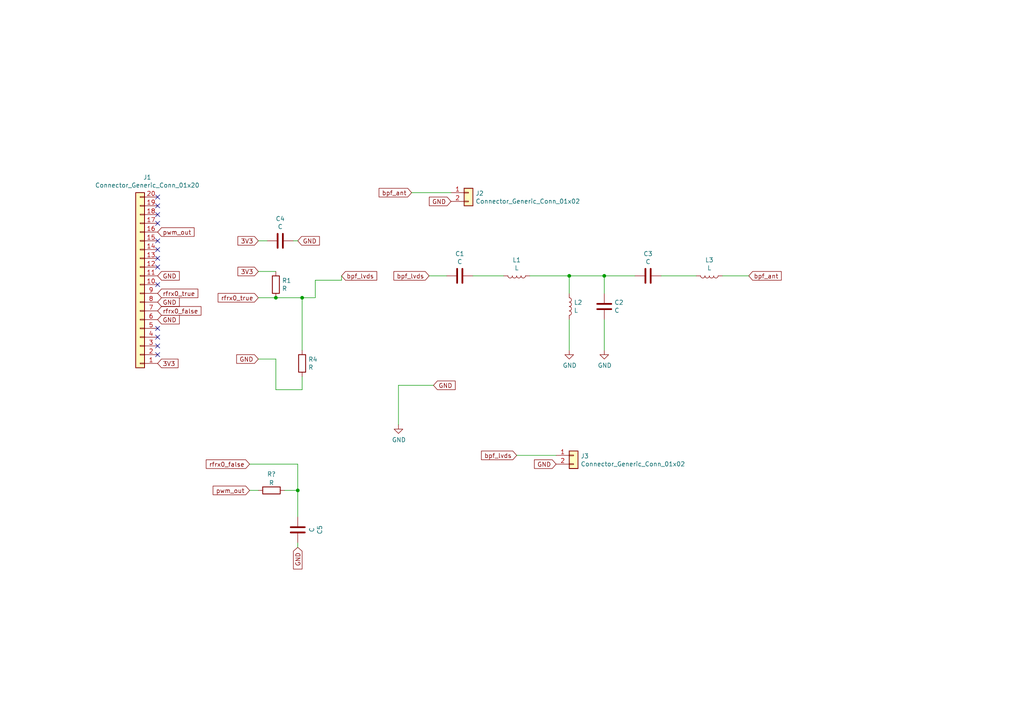
<source format=kicad_sch>
(kicad_sch (version 20211123) (generator eeschema)
  (paper "A4")
  (lib_symbols
    (symbol "Device:C" (pin_numbers hide) (pin_names (offset 0.254))
      (property "Reference" "C" (at 0.635 2.54 0))
      (property "Value" "C" (at 0.635 -2.54 0))
      (symbol "C_0_1"
        (polyline (pts (xy -2.032 -0.762) (xy 2.032 -0.762)) (stroke (width 0.508)))
        (polyline (pts (xy -2.032 0.762) (xy 2.032 0.762)) (stroke (width 0.508)))
      )
      (symbol "C_1_1"
        (pin passive line (at 0 3.81 270) (length 2.794) (name "~") (number "1"))
        (pin passive line (at 0 -3.81 90) (length 2.794) (name "~") (number "2"))
      )
    )
    (symbol "Device:L" (pin_numbers hide) (pin_names (offset 1.016) hide)
      (property "Reference" "L" (at -1.27 0 90))
      (property "Value" "L" (at 1.905 0 90))
      (symbol "L_0_1"
        (arc (start 0 -2.54) (mid 0.635 -1.905) (end 0 -1.27))
        (arc (start 0 -1.27) (mid 0.635 -0.635) (end 0 0))
        (arc (start 0 0) (mid 0.635 0.635) (end 0 1.27))
        (arc (start 0 1.27) (mid 0.635 1.905) (end 0 2.54))
      )
      (symbol "L_1_1"
        (pin passive line (at 0 3.81 270) (length 1.27) (name "1") (number "1"))
        (pin passive line (at 0 -3.81 90) (length 1.27) (name "2") (number "2"))
      )
    )
    (symbol "Device:R" (pin_numbers hide) (pin_names (offset 0))
      (property "Reference" "R" (at 2.032 0 90))
      (property "Value" "R" (at 0 0 90))
      (symbol "R_0_1"
        (rectangle (start -1.016 -2.54) (end 1.016 2.54) (stroke (width 0.254)))
      )
      (symbol "R_1_1"
        (pin passive line (at 0 3.81 270) (length 1.27) (name "~") (number "1"))
        (pin passive line (at 0 -3.81 90) (length 1.27) (name "~") (number "2"))
      )
    )
    (symbol "bgt:Connector_Generic_Conn_01x02" (pin_names (offset 1.016) hide)
      (property "Reference" "J" (at 0 2.54 0))
      (property "Value" "bgt_Connector_Generic_Conn_01x02" (at 0 -5.08 0))
      (symbol "Connector_Generic_Conn_01x02_1_1"
        (rectangle (start -1.27 -2.413) (end 0 -2.667) (stroke (width 0.1524)))
        (rectangle (start -1.27 0.127) (end 0 -0.127) (stroke (width 0.1524)))
        (rectangle (start -1.27 1.27) (end 1.27 -3.81) (stroke (width 0.254)) (fill (type background)))
        (pin passive line (at -5.08 0 0) (length 3.81) (name "Pin_1") (number "1"))
        (pin passive line (at -5.08 -2.54 0) (length 3.81) (name "Pin_2") (number "2"))
      )
    )
    (symbol "bgt:Connector_Generic_Conn_01x20" (pin_names (offset 1.016) hide)
      (property "Reference" "J" (at 0 25.4 0))
      (property "Value" "bgt_Connector_Generic_Conn_01x20" (at 0 -27.94 0))
      (symbol "Connector_Generic_Conn_01x20_1_1"
        (rectangle (start -1.27 -25.273) (end 0 -25.527) (stroke (width 0.1524)))
        (rectangle (start -1.27 -22.733) (end 0 -22.987) (stroke (width 0.1524)))
        (rectangle (start -1.27 -20.193) (end 0 -20.447) (stroke (width 0.1524)))
        (rectangle (start -1.27 -17.653) (end 0 -17.907) (stroke (width 0.1524)))
        (rectangle (start -1.27 -15.113) (end 0 -15.367) (stroke (width 0.1524)))
        (rectangle (start -1.27 -12.573) (end 0 -12.827) (stroke (width 0.1524)))
        (rectangle (start -1.27 -10.033) (end 0 -10.287) (stroke (width 0.1524)))
        (rectangle (start -1.27 -7.493) (end 0 -7.747) (stroke (width 0.1524)))
        (rectangle (start -1.27 -4.953) (end 0 -5.207) (stroke (width 0.1524)))
        (rectangle (start -1.27 -2.413) (end 0 -2.667) (stroke (width 0.1524)))
        (rectangle (start -1.27 0.127) (end 0 -0.127) (stroke (width 0.1524)))
        (rectangle (start -1.27 2.667) (end 0 2.413) (stroke (width 0.1524)))
        (rectangle (start -1.27 5.207) (end 0 4.953) (stroke (width 0.1524)))
        (rectangle (start -1.27 7.747) (end 0 7.493) (stroke (width 0.1524)))
        (rectangle (start -1.27 10.287) (end 0 10.033) (stroke (width 0.1524)))
        (rectangle (start -1.27 12.827) (end 0 12.573) (stroke (width 0.1524)))
        (rectangle (start -1.27 15.367) (end 0 15.113) (stroke (width 0.1524)))
        (rectangle (start -1.27 17.907) (end 0 17.653) (stroke (width 0.1524)))
        (rectangle (start -1.27 20.447) (end 0 20.193) (stroke (width 0.1524)))
        (rectangle (start -1.27 22.987) (end 0 22.733) (stroke (width 0.1524)))
        (rectangle (start -1.27 24.13) (end 1.27 -26.67) (stroke (width 0.254)) (fill (type background)))
        (pin passive line (at -5.08 22.86 0) (length 3.81) (name "Pin_1") (number "1"))
        (pin passive line (at -5.08 0 0) (length 3.81) (name "Pin_10") (number "10"))
        (pin passive line (at -5.08 -2.54 0) (length 3.81) (name "Pin_11") (number "11"))
        (pin passive line (at -5.08 -5.08 0) (length 3.81) (name "Pin_12") (number "12"))
        (pin passive line (at -5.08 -7.62 0) (length 3.81) (name "Pin_13") (number "13"))
        (pin passive line (at -5.08 -10.16 0) (length 3.81) (name "Pin_14") (number "14"))
        (pin passive line (at -5.08 -12.7 0) (length 3.81) (name "Pin_15") (number "15"))
        (pin passive line (at -5.08 -15.24 0) (length 3.81) (name "Pin_16") (number "16"))
        (pin passive line (at -5.08 -17.78 0) (length 3.81) (name "Pin_17") (number "17"))
        (pin passive line (at -5.08 -20.32 0) (length 3.81) (name "Pin_18") (number "18"))
        (pin passive line (at -5.08 -22.86 0) (length 3.81) (name "Pin_19") (number "19"))
        (pin passive line (at -5.08 20.32 0) (length 3.81) (name "Pin_2") (number "2"))
        (pin passive line (at -5.08 -25.4 0) (length 3.81) (name "Pin_20") (number "20"))
        (pin passive line (at -5.08 17.78 0) (length 3.81) (name "Pin_3") (number "3"))
        (pin passive line (at -5.08 15.24 0) (length 3.81) (name "Pin_4") (number "4"))
        (pin passive line (at -5.08 12.7 0) (length 3.81) (name "Pin_5") (number "5"))
        (pin passive line (at -5.08 10.16 0) (length 3.81) (name "Pin_6") (number "6"))
        (pin passive line (at -5.08 7.62 0) (length 3.81) (name "Pin_7") (number "7"))
        (pin passive line (at -5.08 5.08 0) (length 3.81) (name "Pin_8") (number "8"))
        (pin passive line (at -5.08 2.54 0) (length 3.81) (name "Pin_9") (number "9"))
      )
    )
    (symbol "power:GND" (power) (pin_names (offset 0))
      (property "Value" "GND" (at 0 -3.81 0))
      (symbol "GND_0_1"
        (polyline (pts (xy 0 0) (xy 0 -1.27) (xy 1.27 -1.27) (xy 0 -2.54) (xy -1.27 -1.27) (xy 0 -1.27)))
      )
      (symbol "GND_1_1"
        (pin power_in line (at 0 0 270) (length 0) hide (name "GND") (number "1"))
      )
    )
  )
  (junction (at 86.36 142.24))
  (junction (at 87.63 86.36))
  (junction (at 175.26 80.01))
  (junction (at 165.1 80.01))
  (junction (at 80.01 86.36))
  (no_connect (at 45.72 95.25))
  (no_connect (at 45.72 102.87))
  (no_connect (at 45.72 100.33))
  (no_connect (at 45.72 77.47))
  (no_connect (at 45.72 72.39))
  (no_connect (at 45.72 97.79))
  (no_connect (at 45.72 82.55))
  (no_connect (at 45.72 62.23))
  (no_connect (at 45.72 64.77))
  (no_connect (at 45.72 74.93))
  (no_connect (at 45.72 69.85))
  (no_connect (at 45.72 59.69))
  (no_connect (at 45.72 57.15))
  (wire (pts (xy 74.93 69.85) (xy 77.47 69.85)))
  (wire (pts (xy 165.1 85.09) (xy 165.1 80.01)))
  (wire (pts (xy 137.16 80.01) (xy 146.05 80.01)))
  (wire (pts (xy 74.93 86.36) (xy 80.01 86.36)))
  (wire (pts (xy 87.63 86.36) (xy 87.63 101.6)))
  (wire (pts (xy 165.1 92.71) (xy 165.1 101.6)))
  (wire (pts (xy 85.09 69.85) (xy 86.36 69.85)))
  (wire (pts (xy 82.55 142.24) (xy 86.36 142.24)))
  (wire (pts (xy 165.1 80.01) (xy 175.26 80.01)))
  (wire (pts (xy 149.86 132.08) (xy 161.29 132.08)))
  (wire (pts (xy 153.67 80.01) (xy 165.1 80.01)))
  (wire (pts (xy 72.39 134.62) (xy 86.36 134.62)))
  (wire (pts (xy 91.44 86.36) (xy 91.44 81.28)))
  (wire (pts (xy 91.44 81.28) (xy 99.06 81.28)))
  (wire (pts (xy 80.01 86.36) (xy 87.63 86.36)))
  (wire (pts (xy 74.93 104.14) (xy 80.01 104.14)))
  (wire (pts (xy 74.93 78.74) (xy 80.01 78.74)))
  (wire (pts (xy 80.01 113.03) (xy 87.63 113.03)))
  (wire (pts (xy 99.06 81.28) (xy 99.06 80.01)))
  (wire (pts (xy 115.57 111.76) (xy 115.57 123.19)))
  (wire (pts (xy 86.36 157.48) (xy 86.36 158.75)))
  (wire (pts (xy 175.26 85.09) (xy 175.26 80.01)))
  (wire (pts (xy 209.55 80.01) (xy 217.17 80.01)))
  (wire (pts (xy 86.36 142.24) (xy 86.36 149.86)))
  (wire (pts (xy 175.26 80.01) (xy 184.15 80.01)))
  (wire (pts (xy 86.36 134.62) (xy 86.36 142.24)))
  (wire (pts (xy 115.57 111.76) (xy 125.73 111.76)))
  (wire (pts (xy 175.26 101.6) (xy 175.26 92.71)))
  (wire (pts (xy 191.77 80.01) (xy 201.93 80.01)))
  (wire (pts (xy 87.63 113.03) (xy 87.63 109.22)))
  (wire (pts (xy 119.38 55.88) (xy 130.81 55.88)))
  (wire (pts (xy 80.01 104.14) (xy 80.01 113.03)))
  (wire (pts (xy 87.63 86.36) (xy 91.44 86.36)))
  (wire (pts (xy 72.39 142.24) (xy 74.93 142.24)))
  (wire (pts (xy 124.46 80.01) (xy 129.54 80.01)))
  (global_label "rfrx0_false" (shape input) (at 72.39 134.62 180) (property "Intersheet References" "${INTERSHEET_REFS}" (effects hide)))
  (global_label "pwm_out" (shape input) (at 45.72 67.31 0) (property "Intersheet References" "${INTERSHEET_REFS}" (effects hide)))
  (global_label "rfrx0_true" (shape input) (at 74.93 86.36 180) (property "Intersheet References" "${INTERSHEET_REFS}" (effects hide)))
  (global_label "GND" (shape input) (at 45.72 80.01 0) (property "Intersheet References" "${INTERSHEET_REFS}" (effects hide)))
  (global_label "bpf_ant" (shape input) (at 217.17 80.01 0) (property "Intersheet References" "${INTERSHEET_REFS}" (effects hide)))
  (global_label "bpf_lvds" (shape input) (at 124.46 80.01 180) (property "Intersheet References" "${INTERSHEET_REFS}" (effects hide)))
  (global_label "bpf_lvds" (shape input) (at 99.06 80.01 0) (property "Intersheet References" "${INTERSHEET_REFS}" (effects hide)))
  (global_label "3V3" (shape input) (at 45.72 105.41 0) (property "Intersheet References" "${INTERSHEET_REFS}" (effects hide)))
  (global_label "pwm_out" (shape input) (at 72.39 142.24 180) (property "Intersheet References" "${INTERSHEET_REFS}" (effects hide)))
  (global_label "GND" (shape input) (at 125.73 111.76 0) (property "Intersheet References" "${INTERSHEET_REFS}" (effects hide)))
  (global_label "3V3" (shape input) (at 74.93 69.85 180) (property "Intersheet References" "${INTERSHEET_REFS}" (effects hide)))
  (global_label "bpf_ant" (shape input) (at 119.38 55.88 180) (property "Intersheet References" "${INTERSHEET_REFS}" (effects hide)))
  (global_label "GND" (shape input) (at 130.81 58.42 180) (property "Intersheet References" "${INTERSHEET_REFS}" (effects hide)))
  (global_label "GND" (shape input) (at 86.36 158.75 270) (property "Intersheet References" "${INTERSHEET_REFS}" (effects hide)))
  (global_label "rfrx0_true" (shape input) (at 45.72 85.09 0) (property "Intersheet References" "${INTERSHEET_REFS}" (effects hide)))
  (global_label "GND" (shape input) (at 86.36 69.85 0) (property "Intersheet References" "${INTERSHEET_REFS}" (effects hide)))
  (global_label "3V3" (shape input) (at 74.93 78.74 180) (property "Intersheet References" "${INTERSHEET_REFS}" (effects hide)))
  (global_label "bpf_lvds" (shape input) (at 149.86 132.08 180) (property "Intersheet References" "${INTERSHEET_REFS}" (effects hide)))
  (global_label "rfrx0_false" (shape input) (at 45.72 90.17 0) (property "Intersheet References" "${INTERSHEET_REFS}" (effects hide)))
  (global_label "GND" (shape input) (at 161.29 134.62 180) (property "Intersheet References" "${INTERSHEET_REFS}" (effects hide)))
  (global_label "GND" (shape input) (at 74.93 104.14 180) (property "Intersheet References" "${INTERSHEET_REFS}" (effects hide)))
  (global_label "GND" (shape input) (at 45.72 87.63 0) (property "Intersheet References" "${INTERSHEET_REFS}" (effects hide)))
  (global_label "GND" (shape input) (at 45.72 92.71 0) (property "Intersheet References" "${INTERSHEET_REFS}" (effects hide)))
  (symbol (lib_id "bgt:Connector_Generic_Conn_01x20") (at 40.64 82.55 180) (unit 1)
    (property "Reference" "J1" (at 42.7228 51.435 0))
    (property "Value" "Connector_Generic_Conn_01x20" (at 42.7228 53.7464 0))
    (property "Footprint" "Connector_PinHeader_2.54mm:PinHeader_1x20_P2.54mm_Vertical" (effects hide))
  )
  (symbol (lib_id "bgt:Connector_Generic_Conn_01x02") (at 135.89 55.88 0) (unit 1)
    (property "Reference" "J2" (at 137.922 56.0832 0) (effects (justify left)))
    (property "Value" "Connector_Generic_Conn_01x02" (at 137.922 58.3946 0) (effects (justify left)))
    (property "Footprint" "Connector_PinHeader_2.54mm:PinHeader_1x02_P2.54mm_Vertical" (effects hide))
  )
  (symbol (lib_id "Device:C") (at 133.35 80.01 270) (unit 1)
    (property "Reference" "C1" (at 133.35 73.6092 90))
    (property "Value" "C" (at 133.35 75.9206 90))
    (property "Footprint" "Capacitor_SMD:C_1206_3216Metric" (effects hide))
  )
  (symbol (lib_id "Device:L") (at 149.86 80.01 270) (unit 1)
    (property "Reference" "L1" (at 149.86 75.4126 90))
    (property "Value" "L" (at 149.86 77.724 90))
    (property "Footprint" "Inductor_SMD:L_1206_3216Metric" (effects hide))
  )
  (symbol (lib_id "Device:L") (at 165.1 88.9 0) (unit 1)
    (property "Reference" "L2" (at 166.4462 87.7316 0) (effects (justify left)))
    (property "Value" "L" (at 166.4462 90.043 0) (effects (justify left)))
    (property "Footprint" "Inductor_SMD:L_1206_3216Metric" (effects hide))
  )
  (symbol (lib_id "Device:C") (at 175.26 88.9 0) (unit 1)
    (property "Reference" "C2" (at 178.181 87.7316 0) (effects (justify left)))
    (property "Value" "C" (at 178.181 90.043 0) (effects (justify left)))
    (property "Footprint" "Capacitor_SMD:C_1206_3216Metric" (effects hide))
  )
  (symbol (lib_id "Device:C") (at 187.96 80.01 270) (unit 1)
    (property "Reference" "C3" (at 187.96 73.6092 90))
    (property "Value" "C" (at 187.96 75.9206 90))
    (property "Footprint" "Capacitor_SMD:C_1206_3216Metric" (effects hide))
  )
  (symbol (lib_id "Device:L") (at 205.74 80.01 270) (unit 1)
    (property "Reference" "L3" (at 205.74 75.4126 90))
    (property "Value" "L" (at 205.74 77.724 90))
    (property "Footprint" "Inductor_SMD:L_1206_3216Metric" (effects hide))
  )
  (symbol (lib_id "power:GND") (at 165.1 101.6 0) (unit 1)
    (property "Reference" "#PWR01" (effects hide))
    (property "Value" "GND" (at 165.227 105.9942 0))
  )
  (symbol (lib_id "power:GND") (at 175.26 101.6 0) (unit 1)
    (property "Reference" "#PWR02" (effects hide))
    (property "Value" "GND" (at 175.387 105.9942 0))
  )
  (symbol (lib_id "Device:R") (at 80.01 82.55 0) (unit 1)
    (property "Reference" "R1" (at 81.788 81.3816 0) (effects (justify left)))
    (property "Value" "R" (at 81.788 83.693 0) (effects (justify left)))
    (property "Footprint" "Resistor_THT:R_Axial_DIN0207_L6.3mm_D2.5mm_P5.08mm_Vertical" (effects hide))
  )
  (symbol (lib_id "Device:R") (at 87.63 105.41 0) (unit 1)
    (property "Reference" "R4" (at 89.408 104.2416 0) (effects (justify left)))
    (property "Value" "R" (at 89.408 106.553 0) (effects (justify left)))
    (property "Footprint" "Resistor_THT:R_Axial_DIN0207_L6.3mm_D2.5mm_P5.08mm_Vertical" (effects hide))
  )
  (symbol (lib_id "power:GND") (at 115.57 123.19 0) (unit 1)
    (property "Reference" "#PWR0101" (effects hide))
    (property "Value" "GND" (at 115.697 127.5842 0))
  )
  (symbol (lib_id "Device:C") (at 81.28 69.85 270) (unit 1)
    (property "Reference" "C4" (at 81.28 63.4492 90))
    (property "Value" "C" (at 81.28 65.7606 90))
    (property "Footprint" "Capacitor_THT:C_Axial_L5.1mm_D3.1mm_P15.00mm_Horizontal" (effects hide))
  )
  (symbol (lib_id "bgt:Connector_Generic_Conn_01x02") (at 166.37 132.08 0) (unit 1)
    (property "Reference" "J3" (at 168.402 132.2832 0) (effects (justify left)))
    (property "Value" "Connector_Generic_Conn_01x02" (at 168.402 134.5946 0) (effects (justify left)))
    (property "Footprint" "Connector_PinHeader_2.54mm:PinHeader_1x02_P2.54mm_Vertical" (effects hide))
  )
  (symbol (lib_id "Device:C") (at 86.36 153.67 180) (unit 1)
    (property "Reference" "C5" (at 92.7608 153.67 90))
    (property "Value" "C" (at 90.4494 153.67 90))
    (property "Footprint" "Capacitor_THT:C_Axial_L5.1mm_D3.1mm_P15.00mm_Horizontal" (effects hide))
  )
  (symbol (lib_id "Device:R") (at 78.74 142.24 90) (unit 1)
    (property "Reference" "R?" (at 78.74 137.5242 90))
    (property "Value" "R" (at 78.74 140.0611 90))
  )
)
</source>
